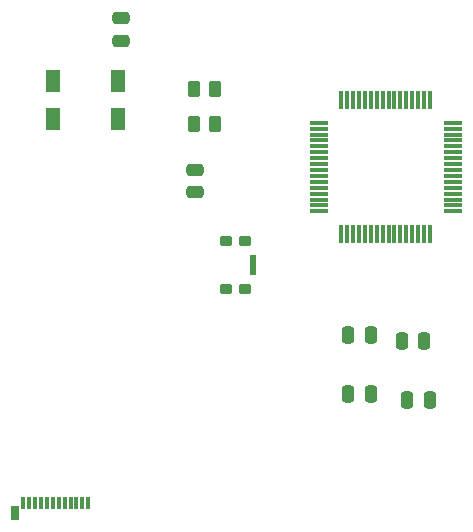
<source format=gbr>
%TF.GenerationSoftware,KiCad,Pcbnew,8.0.8*%
%TF.CreationDate,2025-01-27T11:39:49+01:00*%
%TF.ProjectId,PGE_PCB,5047455f-5043-4422-9e6b-696361645f70,rev?*%
%TF.SameCoordinates,Original*%
%TF.FileFunction,Paste,Top*%
%TF.FilePolarity,Positive*%
%FSLAX46Y46*%
G04 Gerber Fmt 4.6, Leading zero omitted, Abs format (unit mm)*
G04 Created by KiCad (PCBNEW 8.0.8) date 2025-01-27 11:39:49*
%MOMM*%
%LPD*%
G01*
G04 APERTURE LIST*
G04 Aperture macros list*
%AMRoundRect*
0 Rectangle with rounded corners*
0 $1 Rounding radius*
0 $2 $3 $4 $5 $6 $7 $8 $9 X,Y pos of 4 corners*
0 Add a 4 corners polygon primitive as box body*
4,1,4,$2,$3,$4,$5,$6,$7,$8,$9,$2,$3,0*
0 Add four circle primitives for the rounded corners*
1,1,$1+$1,$2,$3*
1,1,$1+$1,$4,$5*
1,1,$1+$1,$6,$7*
1,1,$1+$1,$8,$9*
0 Add four rect primitives between the rounded corners*
20,1,$1+$1,$2,$3,$4,$5,0*
20,1,$1+$1,$4,$5,$6,$7,0*
20,1,$1+$1,$6,$7,$8,$9,0*
20,1,$1+$1,$8,$9,$2,$3,0*%
G04 Aperture macros list end*
%ADD10RoundRect,0.250000X-0.262500X-0.450000X0.262500X-0.450000X0.262500X0.450000X-0.262500X0.450000X0*%
%ADD11RoundRect,0.250000X-0.475000X0.250000X-0.475000X-0.250000X0.475000X-0.250000X0.475000X0.250000X0*%
%ADD12R,1.300000X1.900000*%
%ADD13RoundRect,0.250000X-0.250000X-0.475000X0.250000X-0.475000X0.250000X0.475000X-0.250000X0.475000X0*%
%ADD14R,0.380000X1.000000*%
%ADD15R,0.700000X1.150000*%
%ADD16RoundRect,0.135000X-0.365000X0.315000X-0.365000X-0.315000X0.365000X-0.315000X0.365000X0.315000X0*%
%ADD17RoundRect,0.082500X-0.192500X0.767500X-0.192500X-0.767500X0.192500X-0.767500X0.192500X0.767500X0*%
%ADD18RoundRect,0.075000X-0.700000X-0.075000X0.700000X-0.075000X0.700000X0.075000X-0.700000X0.075000X0*%
%ADD19RoundRect,0.075000X-0.075000X-0.700000X0.075000X-0.700000X0.075000X0.700000X-0.075000X0.700000X0*%
G04 APERTURE END LIST*
D10*
%TO.C,R1*%
X110575000Y-84100000D03*
X112400000Y-84100000D03*
%TD*%
D11*
%TO.C,C1*%
X104400000Y-78150000D03*
X104400000Y-80050000D03*
%TD*%
D12*
%TO.C,Y1*%
X104150000Y-83500000D03*
X98650000Y-83500000D03*
X98650000Y-86700000D03*
X104150000Y-86700000D03*
%TD*%
D13*
%TO.C,C21*%
X123650000Y-105000000D03*
X125550000Y-105000000D03*
%TD*%
D10*
%TO.C,R2*%
X110575000Y-87100000D03*
X112400000Y-87100000D03*
%TD*%
D13*
%TO.C,C18*%
X128200000Y-105500000D03*
X130100000Y-105500000D03*
%TD*%
%TO.C,C19*%
X128650000Y-110500000D03*
X130550000Y-110500000D03*
%TD*%
D11*
%TO.C,C2*%
X110650000Y-91000000D03*
X110650000Y-92900000D03*
%TD*%
D13*
%TO.C,C20*%
X123650000Y-110000000D03*
X125550000Y-110000000D03*
%TD*%
D14*
%TO.C,P1*%
X96150000Y-119160000D03*
X96650000Y-119160000D03*
X97150000Y-119160000D03*
X97650000Y-119160000D03*
X98150000Y-119160000D03*
X98650000Y-119160000D03*
X99150000Y-119160000D03*
X99650000Y-119160000D03*
X100150000Y-119160000D03*
X100650000Y-119160000D03*
X101150000Y-119160000D03*
X101650000Y-119160000D03*
D15*
X95480000Y-120000000D03*
%TD*%
D16*
%TO.C,SW1*%
X114950000Y-96975000D03*
X114950000Y-101075000D03*
X113350000Y-96975000D03*
X113350000Y-101075000D03*
D17*
X115575000Y-99025000D03*
%TD*%
D18*
%TO.C,U1*%
X121150000Y-87000000D03*
X121150000Y-87500000D03*
X121150000Y-88000000D03*
X121150000Y-88500000D03*
X121150000Y-89000000D03*
X121150000Y-89500000D03*
X121150000Y-90000000D03*
X121150000Y-90500000D03*
X121150000Y-91000000D03*
X121150000Y-91500000D03*
X121150000Y-92000000D03*
X121150000Y-92500000D03*
X121150000Y-93000000D03*
X121150000Y-93500000D03*
X121150000Y-94000000D03*
X121150000Y-94500000D03*
D19*
X123075000Y-96425000D03*
X123575000Y-96425000D03*
X124075000Y-96425000D03*
X124575000Y-96425000D03*
X125075000Y-96425000D03*
X125575000Y-96425000D03*
X126075000Y-96425000D03*
X126575000Y-96425000D03*
X127075000Y-96425000D03*
X127575000Y-96425000D03*
X128075000Y-96425000D03*
X128575000Y-96425000D03*
X129075000Y-96425000D03*
X129575000Y-96425000D03*
X130075000Y-96425000D03*
X130575000Y-96425000D03*
D18*
X132500000Y-94500000D03*
X132500000Y-94000000D03*
X132500000Y-93500000D03*
X132500000Y-93000000D03*
X132500000Y-92500000D03*
X132500000Y-92000000D03*
X132500000Y-91500000D03*
X132500000Y-91000000D03*
X132500000Y-90500000D03*
X132500000Y-90000000D03*
X132500000Y-89500000D03*
X132500000Y-89000000D03*
X132500000Y-88500000D03*
X132500000Y-88000000D03*
X132500000Y-87500000D03*
X132500000Y-87000000D03*
D19*
X130575000Y-85075000D03*
X130075000Y-85075000D03*
X129575000Y-85075000D03*
X129075000Y-85075000D03*
X128575000Y-85075000D03*
X128075000Y-85075000D03*
X127575000Y-85075000D03*
X127075000Y-85075000D03*
X126575000Y-85075000D03*
X126075000Y-85075000D03*
X125575000Y-85075000D03*
X125075000Y-85075000D03*
X124575000Y-85075000D03*
X124075000Y-85075000D03*
X123575000Y-85075000D03*
X123075000Y-85075000D03*
%TD*%
M02*

</source>
